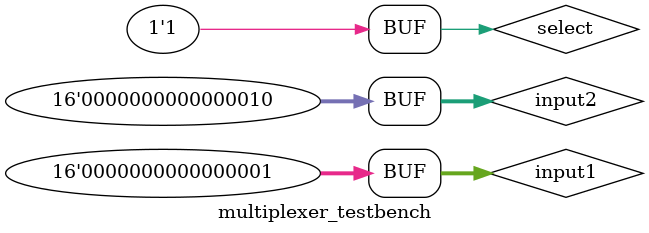
<source format=v>
`timescale 1ns / 1ps

module multiplexer_testbench;

	// Inputs
	reg select;
	reg [15:0] input1;
	reg [15:0] input2;

	// Outputs
	wire [15:0] result;

	// Instantiate the Unit Under Test (UUT)
	Multiplexer uut (
		.select(select), 
		.input1(input1), 
		.input2(input2), 
		.result(result)
	);

	initial begin
	
	
		{select, input1, input2} = {1'b0, 16'd1, 16'd2};
		#20 select = 1'b1;

	end
      
endmodule


</source>
